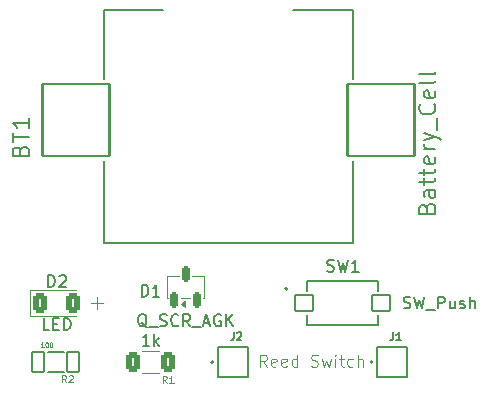
<source format=gto>
G04 #@! TF.GenerationSoftware,KiCad,Pcbnew,9.0.7*
G04 #@! TF.CreationDate,2026-02-22T02:57:33-08:00*
G04 #@! TF.ProjectId,Cup Cover,43757020-436f-4766-9572-2e6b69636164,rev?*
G04 #@! TF.SameCoordinates,Original*
G04 #@! TF.FileFunction,Legend,Top*
G04 #@! TF.FilePolarity,Positive*
%FSLAX46Y46*%
G04 Gerber Fmt 4.6, Leading zero omitted, Abs format (unit mm)*
G04 Created by KiCad (PCBNEW 9.0.7) date 2026-02-22 02:57:33*
%MOMM*%
%LPD*%
G01*
G04 APERTURE LIST*
G04 Aperture macros list*
%AMRoundRect*
0 Rectangle with rounded corners*
0 $1 Rounding radius*
0 $2 $3 $4 $5 $6 $7 $8 $9 X,Y pos of 4 corners*
0 Add a 4 corners polygon primitive as box body*
4,1,4,$2,$3,$4,$5,$6,$7,$8,$9,$2,$3,0*
0 Add four circle primitives for the rounded corners*
1,1,$1+$1,$2,$3*
1,1,$1+$1,$4,$5*
1,1,$1+$1,$6,$7*
1,1,$1+$1,$8,$9*
0 Add four rect primitives between the rounded corners*
20,1,$1+$1,$2,$3,$4,$5,0*
20,1,$1+$1,$4,$5,$6,$7,0*
20,1,$1+$1,$6,$7,$8,$9,0*
20,1,$1+$1,$8,$9,$2,$3,0*%
G04 Aperture macros list end*
%ADD10C,0.100000*%
%ADD11C,0.150000*%
%ADD12C,0.098425*%
%ADD13C,0.120000*%
%ADD14C,0.127000*%
%ADD15C,0.200000*%
%ADD16RoundRect,0.250000X-0.375000X-0.625000X0.375000X-0.625000X0.375000X0.625000X-0.375000X0.625000X0*%
%ADD17C,1.734000*%
%ADD18C,18.104000*%
%ADD19RoundRect,0.102000X2.850000X3.050000X-2.850000X3.050000X-2.850000X-3.050000X2.850000X-3.050000X0*%
%ADD20RoundRect,0.102000X-0.750000X-0.700000X0.750000X-0.700000X0.750000X0.700000X-0.750000X0.700000X0*%
%ADD21RoundRect,0.150000X0.150000X-0.512500X0.150000X0.512500X-0.150000X0.512500X-0.150000X-0.512500X0*%
%ADD22RoundRect,0.102000X0.485000X0.865000X-0.485000X0.865000X-0.485000X-0.865000X0.485000X-0.865000X0*%
%ADD23RoundRect,0.250000X0.312500X0.625000X-0.312500X0.625000X-0.312500X-0.625000X0.312500X-0.625000X0*%
G04 APERTURE END LIST*
D10*
X64000000Y-62000000D02*
X65000000Y-62000000D01*
X64500000Y-61500000D02*
X64500000Y-62500000D01*
X78875312Y-67372419D02*
X78541979Y-66896228D01*
X78303884Y-67372419D02*
X78303884Y-66372419D01*
X78303884Y-66372419D02*
X78684836Y-66372419D01*
X78684836Y-66372419D02*
X78780074Y-66420038D01*
X78780074Y-66420038D02*
X78827693Y-66467657D01*
X78827693Y-66467657D02*
X78875312Y-66562895D01*
X78875312Y-66562895D02*
X78875312Y-66705752D01*
X78875312Y-66705752D02*
X78827693Y-66800990D01*
X78827693Y-66800990D02*
X78780074Y-66848609D01*
X78780074Y-66848609D02*
X78684836Y-66896228D01*
X78684836Y-66896228D02*
X78303884Y-66896228D01*
X79684836Y-67324800D02*
X79589598Y-67372419D01*
X79589598Y-67372419D02*
X79399122Y-67372419D01*
X79399122Y-67372419D02*
X79303884Y-67324800D01*
X79303884Y-67324800D02*
X79256265Y-67229561D01*
X79256265Y-67229561D02*
X79256265Y-66848609D01*
X79256265Y-66848609D02*
X79303884Y-66753371D01*
X79303884Y-66753371D02*
X79399122Y-66705752D01*
X79399122Y-66705752D02*
X79589598Y-66705752D01*
X79589598Y-66705752D02*
X79684836Y-66753371D01*
X79684836Y-66753371D02*
X79732455Y-66848609D01*
X79732455Y-66848609D02*
X79732455Y-66943847D01*
X79732455Y-66943847D02*
X79256265Y-67039085D01*
X80541979Y-67324800D02*
X80446741Y-67372419D01*
X80446741Y-67372419D02*
X80256265Y-67372419D01*
X80256265Y-67372419D02*
X80161027Y-67324800D01*
X80161027Y-67324800D02*
X80113408Y-67229561D01*
X80113408Y-67229561D02*
X80113408Y-66848609D01*
X80113408Y-66848609D02*
X80161027Y-66753371D01*
X80161027Y-66753371D02*
X80256265Y-66705752D01*
X80256265Y-66705752D02*
X80446741Y-66705752D01*
X80446741Y-66705752D02*
X80541979Y-66753371D01*
X80541979Y-66753371D02*
X80589598Y-66848609D01*
X80589598Y-66848609D02*
X80589598Y-66943847D01*
X80589598Y-66943847D02*
X80113408Y-67039085D01*
X81446741Y-67372419D02*
X81446741Y-66372419D01*
X81446741Y-67324800D02*
X81351503Y-67372419D01*
X81351503Y-67372419D02*
X81161027Y-67372419D01*
X81161027Y-67372419D02*
X81065789Y-67324800D01*
X81065789Y-67324800D02*
X81018170Y-67277180D01*
X81018170Y-67277180D02*
X80970551Y-67181942D01*
X80970551Y-67181942D02*
X80970551Y-66896228D01*
X80970551Y-66896228D02*
X81018170Y-66800990D01*
X81018170Y-66800990D02*
X81065789Y-66753371D01*
X81065789Y-66753371D02*
X81161027Y-66705752D01*
X81161027Y-66705752D02*
X81351503Y-66705752D01*
X81351503Y-66705752D02*
X81446741Y-66753371D01*
X82637218Y-67324800D02*
X82780075Y-67372419D01*
X82780075Y-67372419D02*
X83018170Y-67372419D01*
X83018170Y-67372419D02*
X83113408Y-67324800D01*
X83113408Y-67324800D02*
X83161027Y-67277180D01*
X83161027Y-67277180D02*
X83208646Y-67181942D01*
X83208646Y-67181942D02*
X83208646Y-67086704D01*
X83208646Y-67086704D02*
X83161027Y-66991466D01*
X83161027Y-66991466D02*
X83113408Y-66943847D01*
X83113408Y-66943847D02*
X83018170Y-66896228D01*
X83018170Y-66896228D02*
X82827694Y-66848609D01*
X82827694Y-66848609D02*
X82732456Y-66800990D01*
X82732456Y-66800990D02*
X82684837Y-66753371D01*
X82684837Y-66753371D02*
X82637218Y-66658133D01*
X82637218Y-66658133D02*
X82637218Y-66562895D01*
X82637218Y-66562895D02*
X82684837Y-66467657D01*
X82684837Y-66467657D02*
X82732456Y-66420038D01*
X82732456Y-66420038D02*
X82827694Y-66372419D01*
X82827694Y-66372419D02*
X83065789Y-66372419D01*
X83065789Y-66372419D02*
X83208646Y-66420038D01*
X83541980Y-66705752D02*
X83732456Y-67372419D01*
X83732456Y-67372419D02*
X83922932Y-66896228D01*
X83922932Y-66896228D02*
X84113408Y-67372419D01*
X84113408Y-67372419D02*
X84303884Y-66705752D01*
X84684837Y-67372419D02*
X84684837Y-66705752D01*
X84684837Y-66372419D02*
X84637218Y-66420038D01*
X84637218Y-66420038D02*
X84684837Y-66467657D01*
X84684837Y-66467657D02*
X84732456Y-66420038D01*
X84732456Y-66420038D02*
X84684837Y-66372419D01*
X84684837Y-66372419D02*
X84684837Y-66467657D01*
X85018170Y-66705752D02*
X85399122Y-66705752D01*
X85161027Y-66372419D02*
X85161027Y-67229561D01*
X85161027Y-67229561D02*
X85208646Y-67324800D01*
X85208646Y-67324800D02*
X85303884Y-67372419D01*
X85303884Y-67372419D02*
X85399122Y-67372419D01*
X86161027Y-67324800D02*
X86065789Y-67372419D01*
X86065789Y-67372419D02*
X85875313Y-67372419D01*
X85875313Y-67372419D02*
X85780075Y-67324800D01*
X85780075Y-67324800D02*
X85732456Y-67277180D01*
X85732456Y-67277180D02*
X85684837Y-67181942D01*
X85684837Y-67181942D02*
X85684837Y-66896228D01*
X85684837Y-66896228D02*
X85732456Y-66800990D01*
X85732456Y-66800990D02*
X85780075Y-66753371D01*
X85780075Y-66753371D02*
X85875313Y-66705752D01*
X85875313Y-66705752D02*
X86065789Y-66705752D01*
X86065789Y-66705752D02*
X86161027Y-66753371D01*
X86589599Y-67372419D02*
X86589599Y-66372419D01*
X87018170Y-67372419D02*
X87018170Y-66848609D01*
X87018170Y-66848609D02*
X86970551Y-66753371D01*
X86970551Y-66753371D02*
X86875313Y-66705752D01*
X86875313Y-66705752D02*
X86732456Y-66705752D01*
X86732456Y-66705752D02*
X86637218Y-66753371D01*
X86637218Y-66753371D02*
X86589599Y-66800990D01*
D11*
X60361905Y-60624819D02*
X60361905Y-59624819D01*
X60361905Y-59624819D02*
X60600000Y-59624819D01*
X60600000Y-59624819D02*
X60742857Y-59672438D01*
X60742857Y-59672438D02*
X60838095Y-59767676D01*
X60838095Y-59767676D02*
X60885714Y-59862914D01*
X60885714Y-59862914D02*
X60933333Y-60053390D01*
X60933333Y-60053390D02*
X60933333Y-60196247D01*
X60933333Y-60196247D02*
X60885714Y-60386723D01*
X60885714Y-60386723D02*
X60838095Y-60481961D01*
X60838095Y-60481961D02*
X60742857Y-60577200D01*
X60742857Y-60577200D02*
X60600000Y-60624819D01*
X60600000Y-60624819D02*
X60361905Y-60624819D01*
X61314286Y-59720057D02*
X61361905Y-59672438D01*
X61361905Y-59672438D02*
X61457143Y-59624819D01*
X61457143Y-59624819D02*
X61695238Y-59624819D01*
X61695238Y-59624819D02*
X61790476Y-59672438D01*
X61790476Y-59672438D02*
X61838095Y-59720057D01*
X61838095Y-59720057D02*
X61885714Y-59815295D01*
X61885714Y-59815295D02*
X61885714Y-59910533D01*
X61885714Y-59910533D02*
X61838095Y-60053390D01*
X61838095Y-60053390D02*
X61266667Y-60624819D01*
X61266667Y-60624819D02*
X61885714Y-60624819D01*
X60457142Y-64284819D02*
X59980952Y-64284819D01*
X59980952Y-64284819D02*
X59980952Y-63284819D01*
X60790476Y-63761009D02*
X61123809Y-63761009D01*
X61266666Y-64284819D02*
X60790476Y-64284819D01*
X60790476Y-64284819D02*
X60790476Y-63284819D01*
X60790476Y-63284819D02*
X61266666Y-63284819D01*
X61695238Y-64284819D02*
X61695238Y-63284819D01*
X61695238Y-63284819D02*
X61933333Y-63284819D01*
X61933333Y-63284819D02*
X62076190Y-63332438D01*
X62076190Y-63332438D02*
X62171428Y-63427676D01*
X62171428Y-63427676D02*
X62219047Y-63522914D01*
X62219047Y-63522914D02*
X62266666Y-63713390D01*
X62266666Y-63713390D02*
X62266666Y-63856247D01*
X62266666Y-63856247D02*
X62219047Y-64046723D01*
X62219047Y-64046723D02*
X62171428Y-64141961D01*
X62171428Y-64141961D02*
X62076190Y-64237200D01*
X62076190Y-64237200D02*
X61933333Y-64284819D01*
X61933333Y-64284819D02*
X61695238Y-64284819D01*
X76068667Y-64491876D02*
X76068667Y-64949019D01*
X76068667Y-64949019D02*
X76038190Y-65040447D01*
X76038190Y-65040447D02*
X75977238Y-65101400D01*
X75977238Y-65101400D02*
X75885809Y-65131876D01*
X75885809Y-65131876D02*
X75824857Y-65131876D01*
X76342952Y-64552828D02*
X76373428Y-64522352D01*
X76373428Y-64522352D02*
X76434381Y-64491876D01*
X76434381Y-64491876D02*
X76586762Y-64491876D01*
X76586762Y-64491876D02*
X76647714Y-64522352D01*
X76647714Y-64522352D02*
X76678190Y-64552828D01*
X76678190Y-64552828D02*
X76708667Y-64613780D01*
X76708667Y-64613780D02*
X76708667Y-64674733D01*
X76708667Y-64674733D02*
X76678190Y-64766161D01*
X76678190Y-64766161D02*
X76312476Y-65131876D01*
X76312476Y-65131876D02*
X76708667Y-65131876D01*
X58006533Y-49100000D02*
X58073200Y-48900000D01*
X58073200Y-48900000D02*
X58139866Y-48833333D01*
X58139866Y-48833333D02*
X58273200Y-48766666D01*
X58273200Y-48766666D02*
X58473200Y-48766666D01*
X58473200Y-48766666D02*
X58606533Y-48833333D01*
X58606533Y-48833333D02*
X58673200Y-48900000D01*
X58673200Y-48900000D02*
X58739866Y-49033333D01*
X58739866Y-49033333D02*
X58739866Y-49566666D01*
X58739866Y-49566666D02*
X57339866Y-49566666D01*
X57339866Y-49566666D02*
X57339866Y-49100000D01*
X57339866Y-49100000D02*
X57406533Y-48966666D01*
X57406533Y-48966666D02*
X57473200Y-48900000D01*
X57473200Y-48900000D02*
X57606533Y-48833333D01*
X57606533Y-48833333D02*
X57739866Y-48833333D01*
X57739866Y-48833333D02*
X57873200Y-48900000D01*
X57873200Y-48900000D02*
X57939866Y-48966666D01*
X57939866Y-48966666D02*
X58006533Y-49100000D01*
X58006533Y-49100000D02*
X58006533Y-49566666D01*
X57339866Y-48366666D02*
X57339866Y-47566666D01*
X58739866Y-47966666D02*
X57339866Y-47966666D01*
X58739866Y-46366666D02*
X58739866Y-47166666D01*
X58739866Y-46766666D02*
X57339866Y-46766666D01*
X57339866Y-46766666D02*
X57539866Y-46899999D01*
X57539866Y-46899999D02*
X57673200Y-47033333D01*
X57673200Y-47033333D02*
X57739866Y-47166666D01*
X92406533Y-53966667D02*
X92473200Y-53766667D01*
X92473200Y-53766667D02*
X92539866Y-53700000D01*
X92539866Y-53700000D02*
X92673200Y-53633333D01*
X92673200Y-53633333D02*
X92873200Y-53633333D01*
X92873200Y-53633333D02*
X93006533Y-53700000D01*
X93006533Y-53700000D02*
X93073200Y-53766667D01*
X93073200Y-53766667D02*
X93139866Y-53900000D01*
X93139866Y-53900000D02*
X93139866Y-54433333D01*
X93139866Y-54433333D02*
X91739866Y-54433333D01*
X91739866Y-54433333D02*
X91739866Y-53966667D01*
X91739866Y-53966667D02*
X91806533Y-53833333D01*
X91806533Y-53833333D02*
X91873200Y-53766667D01*
X91873200Y-53766667D02*
X92006533Y-53700000D01*
X92006533Y-53700000D02*
X92139866Y-53700000D01*
X92139866Y-53700000D02*
X92273200Y-53766667D01*
X92273200Y-53766667D02*
X92339866Y-53833333D01*
X92339866Y-53833333D02*
X92406533Y-53966667D01*
X92406533Y-53966667D02*
X92406533Y-54433333D01*
X93139866Y-52433333D02*
X92406533Y-52433333D01*
X92406533Y-52433333D02*
X92273200Y-52500000D01*
X92273200Y-52500000D02*
X92206533Y-52633333D01*
X92206533Y-52633333D02*
X92206533Y-52900000D01*
X92206533Y-52900000D02*
X92273200Y-53033333D01*
X93073200Y-52433333D02*
X93139866Y-52566667D01*
X93139866Y-52566667D02*
X93139866Y-52900000D01*
X93139866Y-52900000D02*
X93073200Y-53033333D01*
X93073200Y-53033333D02*
X92939866Y-53100000D01*
X92939866Y-53100000D02*
X92806533Y-53100000D01*
X92806533Y-53100000D02*
X92673200Y-53033333D01*
X92673200Y-53033333D02*
X92606533Y-52900000D01*
X92606533Y-52900000D02*
X92606533Y-52566667D01*
X92606533Y-52566667D02*
X92539866Y-52433333D01*
X92206533Y-51966666D02*
X92206533Y-51433333D01*
X91739866Y-51766666D02*
X92939866Y-51766666D01*
X92939866Y-51766666D02*
X93073200Y-51700000D01*
X93073200Y-51700000D02*
X93139866Y-51566666D01*
X93139866Y-51566666D02*
X93139866Y-51433333D01*
X92206533Y-51166666D02*
X92206533Y-50633333D01*
X91739866Y-50966666D02*
X92939866Y-50966666D01*
X92939866Y-50966666D02*
X93073200Y-50900000D01*
X93073200Y-50900000D02*
X93139866Y-50766666D01*
X93139866Y-50766666D02*
X93139866Y-50633333D01*
X93073200Y-49633333D02*
X93139866Y-49766666D01*
X93139866Y-49766666D02*
X93139866Y-50033333D01*
X93139866Y-50033333D02*
X93073200Y-50166666D01*
X93073200Y-50166666D02*
X92939866Y-50233333D01*
X92939866Y-50233333D02*
X92406533Y-50233333D01*
X92406533Y-50233333D02*
X92273200Y-50166666D01*
X92273200Y-50166666D02*
X92206533Y-50033333D01*
X92206533Y-50033333D02*
X92206533Y-49766666D01*
X92206533Y-49766666D02*
X92273200Y-49633333D01*
X92273200Y-49633333D02*
X92406533Y-49566666D01*
X92406533Y-49566666D02*
X92539866Y-49566666D01*
X92539866Y-49566666D02*
X92673200Y-50233333D01*
X93139866Y-48966666D02*
X92206533Y-48966666D01*
X92473200Y-48966666D02*
X92339866Y-48900000D01*
X92339866Y-48900000D02*
X92273200Y-48833333D01*
X92273200Y-48833333D02*
X92206533Y-48700000D01*
X92206533Y-48700000D02*
X92206533Y-48566666D01*
X92206533Y-48233333D02*
X93139866Y-47899999D01*
X92206533Y-47566666D02*
X93139866Y-47899999D01*
X93139866Y-47899999D02*
X93473200Y-48033333D01*
X93473200Y-48033333D02*
X93539866Y-48099999D01*
X93539866Y-48099999D02*
X93606533Y-48233333D01*
X93273200Y-47366666D02*
X93273200Y-46299999D01*
X93006533Y-45166665D02*
X93073200Y-45233332D01*
X93073200Y-45233332D02*
X93139866Y-45433332D01*
X93139866Y-45433332D02*
X93139866Y-45566665D01*
X93139866Y-45566665D02*
X93073200Y-45766665D01*
X93073200Y-45766665D02*
X92939866Y-45899999D01*
X92939866Y-45899999D02*
X92806533Y-45966665D01*
X92806533Y-45966665D02*
X92539866Y-46033332D01*
X92539866Y-46033332D02*
X92339866Y-46033332D01*
X92339866Y-46033332D02*
X92073200Y-45966665D01*
X92073200Y-45966665D02*
X91939866Y-45899999D01*
X91939866Y-45899999D02*
X91806533Y-45766665D01*
X91806533Y-45766665D02*
X91739866Y-45566665D01*
X91739866Y-45566665D02*
X91739866Y-45433332D01*
X91739866Y-45433332D02*
X91806533Y-45233332D01*
X91806533Y-45233332D02*
X91873200Y-45166665D01*
X93073200Y-44033332D02*
X93139866Y-44166665D01*
X93139866Y-44166665D02*
X93139866Y-44433332D01*
X93139866Y-44433332D02*
X93073200Y-44566665D01*
X93073200Y-44566665D02*
X92939866Y-44633332D01*
X92939866Y-44633332D02*
X92406533Y-44633332D01*
X92406533Y-44633332D02*
X92273200Y-44566665D01*
X92273200Y-44566665D02*
X92206533Y-44433332D01*
X92206533Y-44433332D02*
X92206533Y-44166665D01*
X92206533Y-44166665D02*
X92273200Y-44033332D01*
X92273200Y-44033332D02*
X92406533Y-43966665D01*
X92406533Y-43966665D02*
X92539866Y-43966665D01*
X92539866Y-43966665D02*
X92673200Y-44633332D01*
X93139866Y-43166665D02*
X93073200Y-43299999D01*
X93073200Y-43299999D02*
X92939866Y-43366665D01*
X92939866Y-43366665D02*
X91739866Y-43366665D01*
X93139866Y-42433332D02*
X93073200Y-42566666D01*
X93073200Y-42566666D02*
X92939866Y-42633332D01*
X92939866Y-42633332D02*
X91739866Y-42633332D01*
X83991667Y-59292200D02*
X84134524Y-59339819D01*
X84134524Y-59339819D02*
X84372619Y-59339819D01*
X84372619Y-59339819D02*
X84467857Y-59292200D01*
X84467857Y-59292200D02*
X84515476Y-59244580D01*
X84515476Y-59244580D02*
X84563095Y-59149342D01*
X84563095Y-59149342D02*
X84563095Y-59054104D01*
X84563095Y-59054104D02*
X84515476Y-58958866D01*
X84515476Y-58958866D02*
X84467857Y-58911247D01*
X84467857Y-58911247D02*
X84372619Y-58863628D01*
X84372619Y-58863628D02*
X84182143Y-58816009D01*
X84182143Y-58816009D02*
X84086905Y-58768390D01*
X84086905Y-58768390D02*
X84039286Y-58720771D01*
X84039286Y-58720771D02*
X83991667Y-58625533D01*
X83991667Y-58625533D02*
X83991667Y-58530295D01*
X83991667Y-58530295D02*
X84039286Y-58435057D01*
X84039286Y-58435057D02*
X84086905Y-58387438D01*
X84086905Y-58387438D02*
X84182143Y-58339819D01*
X84182143Y-58339819D02*
X84420238Y-58339819D01*
X84420238Y-58339819D02*
X84563095Y-58387438D01*
X84896429Y-58339819D02*
X85134524Y-59339819D01*
X85134524Y-59339819D02*
X85325000Y-58625533D01*
X85325000Y-58625533D02*
X85515476Y-59339819D01*
X85515476Y-59339819D02*
X85753572Y-58339819D01*
X86658333Y-59339819D02*
X86086905Y-59339819D01*
X86372619Y-59339819D02*
X86372619Y-58339819D01*
X86372619Y-58339819D02*
X86277381Y-58482676D01*
X86277381Y-58482676D02*
X86182143Y-58577914D01*
X86182143Y-58577914D02*
X86086905Y-58625533D01*
X90452381Y-62407200D02*
X90595238Y-62454819D01*
X90595238Y-62454819D02*
X90833333Y-62454819D01*
X90833333Y-62454819D02*
X90928571Y-62407200D01*
X90928571Y-62407200D02*
X90976190Y-62359580D01*
X90976190Y-62359580D02*
X91023809Y-62264342D01*
X91023809Y-62264342D02*
X91023809Y-62169104D01*
X91023809Y-62169104D02*
X90976190Y-62073866D01*
X90976190Y-62073866D02*
X90928571Y-62026247D01*
X90928571Y-62026247D02*
X90833333Y-61978628D01*
X90833333Y-61978628D02*
X90642857Y-61931009D01*
X90642857Y-61931009D02*
X90547619Y-61883390D01*
X90547619Y-61883390D02*
X90500000Y-61835771D01*
X90500000Y-61835771D02*
X90452381Y-61740533D01*
X90452381Y-61740533D02*
X90452381Y-61645295D01*
X90452381Y-61645295D02*
X90500000Y-61550057D01*
X90500000Y-61550057D02*
X90547619Y-61502438D01*
X90547619Y-61502438D02*
X90642857Y-61454819D01*
X90642857Y-61454819D02*
X90880952Y-61454819D01*
X90880952Y-61454819D02*
X91023809Y-61502438D01*
X91357143Y-61454819D02*
X91595238Y-62454819D01*
X91595238Y-62454819D02*
X91785714Y-61740533D01*
X91785714Y-61740533D02*
X91976190Y-62454819D01*
X91976190Y-62454819D02*
X92214286Y-61454819D01*
X92357143Y-62550057D02*
X93119047Y-62550057D01*
X93357143Y-62454819D02*
X93357143Y-61454819D01*
X93357143Y-61454819D02*
X93738095Y-61454819D01*
X93738095Y-61454819D02*
X93833333Y-61502438D01*
X93833333Y-61502438D02*
X93880952Y-61550057D01*
X93880952Y-61550057D02*
X93928571Y-61645295D01*
X93928571Y-61645295D02*
X93928571Y-61788152D01*
X93928571Y-61788152D02*
X93880952Y-61883390D01*
X93880952Y-61883390D02*
X93833333Y-61931009D01*
X93833333Y-61931009D02*
X93738095Y-61978628D01*
X93738095Y-61978628D02*
X93357143Y-61978628D01*
X94785714Y-61788152D02*
X94785714Y-62454819D01*
X94357143Y-61788152D02*
X94357143Y-62311961D01*
X94357143Y-62311961D02*
X94404762Y-62407200D01*
X94404762Y-62407200D02*
X94500000Y-62454819D01*
X94500000Y-62454819D02*
X94642857Y-62454819D01*
X94642857Y-62454819D02*
X94738095Y-62407200D01*
X94738095Y-62407200D02*
X94785714Y-62359580D01*
X95214286Y-62407200D02*
X95309524Y-62454819D01*
X95309524Y-62454819D02*
X95500000Y-62454819D01*
X95500000Y-62454819D02*
X95595238Y-62407200D01*
X95595238Y-62407200D02*
X95642857Y-62311961D01*
X95642857Y-62311961D02*
X95642857Y-62264342D01*
X95642857Y-62264342D02*
X95595238Y-62169104D01*
X95595238Y-62169104D02*
X95500000Y-62121485D01*
X95500000Y-62121485D02*
X95357143Y-62121485D01*
X95357143Y-62121485D02*
X95261905Y-62073866D01*
X95261905Y-62073866D02*
X95214286Y-61978628D01*
X95214286Y-61978628D02*
X95214286Y-61931009D01*
X95214286Y-61931009D02*
X95261905Y-61835771D01*
X95261905Y-61835771D02*
X95357143Y-61788152D01*
X95357143Y-61788152D02*
X95500000Y-61788152D01*
X95500000Y-61788152D02*
X95595238Y-61835771D01*
X96071429Y-62454819D02*
X96071429Y-61454819D01*
X96500000Y-62454819D02*
X96500000Y-61931009D01*
X96500000Y-61931009D02*
X96452381Y-61835771D01*
X96452381Y-61835771D02*
X96357143Y-61788152D01*
X96357143Y-61788152D02*
X96214286Y-61788152D01*
X96214286Y-61788152D02*
X96119048Y-61835771D01*
X96119048Y-61835771D02*
X96071429Y-61883390D01*
X89568667Y-64491876D02*
X89568667Y-64949019D01*
X89568667Y-64949019D02*
X89538190Y-65040447D01*
X89538190Y-65040447D02*
X89477238Y-65101400D01*
X89477238Y-65101400D02*
X89385809Y-65131876D01*
X89385809Y-65131876D02*
X89324857Y-65131876D01*
X90208667Y-65131876D02*
X89842952Y-65131876D01*
X90025809Y-65131876D02*
X90025809Y-64491876D01*
X90025809Y-64491876D02*
X89964857Y-64583304D01*
X89964857Y-64583304D02*
X89903905Y-64644257D01*
X89903905Y-64644257D02*
X89842952Y-64674733D01*
X68261905Y-61454819D02*
X68261905Y-60454819D01*
X68261905Y-60454819D02*
X68500000Y-60454819D01*
X68500000Y-60454819D02*
X68642857Y-60502438D01*
X68642857Y-60502438D02*
X68738095Y-60597676D01*
X68738095Y-60597676D02*
X68785714Y-60692914D01*
X68785714Y-60692914D02*
X68833333Y-60883390D01*
X68833333Y-60883390D02*
X68833333Y-61026247D01*
X68833333Y-61026247D02*
X68785714Y-61216723D01*
X68785714Y-61216723D02*
X68738095Y-61311961D01*
X68738095Y-61311961D02*
X68642857Y-61407200D01*
X68642857Y-61407200D02*
X68500000Y-61454819D01*
X68500000Y-61454819D02*
X68261905Y-61454819D01*
X69785714Y-61454819D02*
X69214286Y-61454819D01*
X69500000Y-61454819D02*
X69500000Y-60454819D01*
X69500000Y-60454819D02*
X69404762Y-60597676D01*
X69404762Y-60597676D02*
X69309524Y-60692914D01*
X69309524Y-60692914D02*
X69214286Y-60740533D01*
X68714285Y-64050057D02*
X68619047Y-64002438D01*
X68619047Y-64002438D02*
X68523809Y-63907200D01*
X68523809Y-63907200D02*
X68380952Y-63764342D01*
X68380952Y-63764342D02*
X68285714Y-63716723D01*
X68285714Y-63716723D02*
X68190476Y-63716723D01*
X68238095Y-63954819D02*
X68142857Y-63907200D01*
X68142857Y-63907200D02*
X68047619Y-63811961D01*
X68047619Y-63811961D02*
X68000000Y-63621485D01*
X68000000Y-63621485D02*
X68000000Y-63288152D01*
X68000000Y-63288152D02*
X68047619Y-63097676D01*
X68047619Y-63097676D02*
X68142857Y-63002438D01*
X68142857Y-63002438D02*
X68238095Y-62954819D01*
X68238095Y-62954819D02*
X68428571Y-62954819D01*
X68428571Y-62954819D02*
X68523809Y-63002438D01*
X68523809Y-63002438D02*
X68619047Y-63097676D01*
X68619047Y-63097676D02*
X68666666Y-63288152D01*
X68666666Y-63288152D02*
X68666666Y-63621485D01*
X68666666Y-63621485D02*
X68619047Y-63811961D01*
X68619047Y-63811961D02*
X68523809Y-63907200D01*
X68523809Y-63907200D02*
X68428571Y-63954819D01*
X68428571Y-63954819D02*
X68238095Y-63954819D01*
X68857143Y-64050057D02*
X69619047Y-64050057D01*
X69809524Y-63907200D02*
X69952381Y-63954819D01*
X69952381Y-63954819D02*
X70190476Y-63954819D01*
X70190476Y-63954819D02*
X70285714Y-63907200D01*
X70285714Y-63907200D02*
X70333333Y-63859580D01*
X70333333Y-63859580D02*
X70380952Y-63764342D01*
X70380952Y-63764342D02*
X70380952Y-63669104D01*
X70380952Y-63669104D02*
X70333333Y-63573866D01*
X70333333Y-63573866D02*
X70285714Y-63526247D01*
X70285714Y-63526247D02*
X70190476Y-63478628D01*
X70190476Y-63478628D02*
X70000000Y-63431009D01*
X70000000Y-63431009D02*
X69904762Y-63383390D01*
X69904762Y-63383390D02*
X69857143Y-63335771D01*
X69857143Y-63335771D02*
X69809524Y-63240533D01*
X69809524Y-63240533D02*
X69809524Y-63145295D01*
X69809524Y-63145295D02*
X69857143Y-63050057D01*
X69857143Y-63050057D02*
X69904762Y-63002438D01*
X69904762Y-63002438D02*
X70000000Y-62954819D01*
X70000000Y-62954819D02*
X70238095Y-62954819D01*
X70238095Y-62954819D02*
X70380952Y-63002438D01*
X71380952Y-63859580D02*
X71333333Y-63907200D01*
X71333333Y-63907200D02*
X71190476Y-63954819D01*
X71190476Y-63954819D02*
X71095238Y-63954819D01*
X71095238Y-63954819D02*
X70952381Y-63907200D01*
X70952381Y-63907200D02*
X70857143Y-63811961D01*
X70857143Y-63811961D02*
X70809524Y-63716723D01*
X70809524Y-63716723D02*
X70761905Y-63526247D01*
X70761905Y-63526247D02*
X70761905Y-63383390D01*
X70761905Y-63383390D02*
X70809524Y-63192914D01*
X70809524Y-63192914D02*
X70857143Y-63097676D01*
X70857143Y-63097676D02*
X70952381Y-63002438D01*
X70952381Y-63002438D02*
X71095238Y-62954819D01*
X71095238Y-62954819D02*
X71190476Y-62954819D01*
X71190476Y-62954819D02*
X71333333Y-63002438D01*
X71333333Y-63002438D02*
X71380952Y-63050057D01*
X72380952Y-63954819D02*
X72047619Y-63478628D01*
X71809524Y-63954819D02*
X71809524Y-62954819D01*
X71809524Y-62954819D02*
X72190476Y-62954819D01*
X72190476Y-62954819D02*
X72285714Y-63002438D01*
X72285714Y-63002438D02*
X72333333Y-63050057D01*
X72333333Y-63050057D02*
X72380952Y-63145295D01*
X72380952Y-63145295D02*
X72380952Y-63288152D01*
X72380952Y-63288152D02*
X72333333Y-63383390D01*
X72333333Y-63383390D02*
X72285714Y-63431009D01*
X72285714Y-63431009D02*
X72190476Y-63478628D01*
X72190476Y-63478628D02*
X71809524Y-63478628D01*
X72571429Y-64050057D02*
X73333333Y-64050057D01*
X73523810Y-63669104D02*
X74000000Y-63669104D01*
X73428572Y-63954819D02*
X73761905Y-62954819D01*
X73761905Y-62954819D02*
X74095238Y-63954819D01*
X74952381Y-63002438D02*
X74857143Y-62954819D01*
X74857143Y-62954819D02*
X74714286Y-62954819D01*
X74714286Y-62954819D02*
X74571429Y-63002438D01*
X74571429Y-63002438D02*
X74476191Y-63097676D01*
X74476191Y-63097676D02*
X74428572Y-63192914D01*
X74428572Y-63192914D02*
X74380953Y-63383390D01*
X74380953Y-63383390D02*
X74380953Y-63526247D01*
X74380953Y-63526247D02*
X74428572Y-63716723D01*
X74428572Y-63716723D02*
X74476191Y-63811961D01*
X74476191Y-63811961D02*
X74571429Y-63907200D01*
X74571429Y-63907200D02*
X74714286Y-63954819D01*
X74714286Y-63954819D02*
X74809524Y-63954819D01*
X74809524Y-63954819D02*
X74952381Y-63907200D01*
X74952381Y-63907200D02*
X75000000Y-63859580D01*
X75000000Y-63859580D02*
X75000000Y-63526247D01*
X75000000Y-63526247D02*
X74809524Y-63526247D01*
X75428572Y-63954819D02*
X75428572Y-62954819D01*
X76000000Y-63954819D02*
X75571429Y-63383390D01*
X76000000Y-62954819D02*
X75428572Y-63526247D01*
D12*
X61880000Y-68722452D02*
X61680000Y-68436738D01*
X61537143Y-68722452D02*
X61537143Y-68122452D01*
X61537143Y-68122452D02*
X61765714Y-68122452D01*
X61765714Y-68122452D02*
X61822857Y-68151023D01*
X61822857Y-68151023D02*
X61851428Y-68179595D01*
X61851428Y-68179595D02*
X61880000Y-68236738D01*
X61880000Y-68236738D02*
X61880000Y-68322452D01*
X61880000Y-68322452D02*
X61851428Y-68379595D01*
X61851428Y-68379595D02*
X61822857Y-68408166D01*
X61822857Y-68408166D02*
X61765714Y-68436738D01*
X61765714Y-68436738D02*
X61537143Y-68436738D01*
X62108571Y-68179595D02*
X62137143Y-68151023D01*
X62137143Y-68151023D02*
X62194286Y-68122452D01*
X62194286Y-68122452D02*
X62337143Y-68122452D01*
X62337143Y-68122452D02*
X62394286Y-68151023D01*
X62394286Y-68151023D02*
X62422857Y-68179595D01*
X62422857Y-68179595D02*
X62451428Y-68236738D01*
X62451428Y-68236738D02*
X62451428Y-68293881D01*
X62451428Y-68293881D02*
X62422857Y-68379595D01*
X62422857Y-68379595D02*
X62080000Y-68722452D01*
X62080000Y-68722452D02*
X62451428Y-68722452D01*
X59967533Y-65727014D02*
X59742561Y-65727014D01*
X59855047Y-65727014D02*
X59855047Y-65333313D01*
X59855047Y-65333313D02*
X59817552Y-65389556D01*
X59817552Y-65389556D02*
X59780057Y-65427052D01*
X59780057Y-65427052D02*
X59742561Y-65445799D01*
X60211253Y-65333313D02*
X60248748Y-65333313D01*
X60248748Y-65333313D02*
X60286243Y-65352061D01*
X60286243Y-65352061D02*
X60304991Y-65370809D01*
X60304991Y-65370809D02*
X60323739Y-65408304D01*
X60323739Y-65408304D02*
X60342486Y-65483295D01*
X60342486Y-65483295D02*
X60342486Y-65577033D01*
X60342486Y-65577033D02*
X60323739Y-65652024D01*
X60323739Y-65652024D02*
X60304991Y-65689519D01*
X60304991Y-65689519D02*
X60286243Y-65708267D01*
X60286243Y-65708267D02*
X60248748Y-65727014D01*
X60248748Y-65727014D02*
X60211253Y-65727014D01*
X60211253Y-65727014D02*
X60173757Y-65708267D01*
X60173757Y-65708267D02*
X60155010Y-65689519D01*
X60155010Y-65689519D02*
X60136262Y-65652024D01*
X60136262Y-65652024D02*
X60117514Y-65577033D01*
X60117514Y-65577033D02*
X60117514Y-65483295D01*
X60117514Y-65483295D02*
X60136262Y-65408304D01*
X60136262Y-65408304D02*
X60155010Y-65370809D01*
X60155010Y-65370809D02*
X60173757Y-65352061D01*
X60173757Y-65352061D02*
X60211253Y-65333313D01*
X60586206Y-65333313D02*
X60623701Y-65333313D01*
X60623701Y-65333313D02*
X60661196Y-65352061D01*
X60661196Y-65352061D02*
X60679944Y-65370809D01*
X60679944Y-65370809D02*
X60698692Y-65408304D01*
X60698692Y-65408304D02*
X60717439Y-65483295D01*
X60717439Y-65483295D02*
X60717439Y-65577033D01*
X60717439Y-65577033D02*
X60698692Y-65652024D01*
X60698692Y-65652024D02*
X60679944Y-65689519D01*
X60679944Y-65689519D02*
X60661196Y-65708267D01*
X60661196Y-65708267D02*
X60623701Y-65727014D01*
X60623701Y-65727014D02*
X60586206Y-65727014D01*
X60586206Y-65727014D02*
X60548710Y-65708267D01*
X60548710Y-65708267D02*
X60529963Y-65689519D01*
X60529963Y-65689519D02*
X60511215Y-65652024D01*
X60511215Y-65652024D02*
X60492467Y-65577033D01*
X60492467Y-65577033D02*
X60492467Y-65483295D01*
X60492467Y-65483295D02*
X60511215Y-65408304D01*
X60511215Y-65408304D02*
X60529963Y-65370809D01*
X60529963Y-65370809D02*
X60548710Y-65352061D01*
X60548710Y-65352061D02*
X60586206Y-65333313D01*
X70400000Y-68772452D02*
X70200000Y-68486738D01*
X70057143Y-68772452D02*
X70057143Y-68172452D01*
X70057143Y-68172452D02*
X70285714Y-68172452D01*
X70285714Y-68172452D02*
X70342857Y-68201023D01*
X70342857Y-68201023D02*
X70371428Y-68229595D01*
X70371428Y-68229595D02*
X70400000Y-68286738D01*
X70400000Y-68286738D02*
X70400000Y-68372452D01*
X70400000Y-68372452D02*
X70371428Y-68429595D01*
X70371428Y-68429595D02*
X70342857Y-68458166D01*
X70342857Y-68458166D02*
X70285714Y-68486738D01*
X70285714Y-68486738D02*
X70057143Y-68486738D01*
X70971428Y-68772452D02*
X70628571Y-68772452D01*
X70800000Y-68772452D02*
X70800000Y-68172452D01*
X70800000Y-68172452D02*
X70742857Y-68258166D01*
X70742857Y-68258166D02*
X70685714Y-68315309D01*
X70685714Y-68315309D02*
X70628571Y-68343881D01*
D11*
X68918452Y-65624819D02*
X68347024Y-65624819D01*
X68632738Y-65624819D02*
X68632738Y-64624819D01*
X68632738Y-64624819D02*
X68537500Y-64767676D01*
X68537500Y-64767676D02*
X68442262Y-64862914D01*
X68442262Y-64862914D02*
X68347024Y-64910533D01*
X69347024Y-65624819D02*
X69347024Y-64624819D01*
X69442262Y-65243866D02*
X69727976Y-65624819D01*
X69727976Y-64958152D02*
X69347024Y-65339104D01*
D13*
X58815000Y-60865000D02*
X58815000Y-63135000D01*
X58815000Y-63135000D02*
X62700000Y-63135000D01*
X62700000Y-60865000D02*
X58815000Y-60865000D01*
D14*
X74730000Y-65750000D02*
X74730000Y-68250000D01*
X74730000Y-68250000D02*
X77270000Y-68250000D01*
X77270000Y-65750000D02*
X74730000Y-65750000D01*
X77270000Y-68250000D02*
X77270000Y-65750000D01*
D15*
X74350000Y-67000000D02*
G75*
G02*
X74150000Y-67000000I-100000J0D01*
G01*
X74150000Y-67000000D02*
G75*
G02*
X74350000Y-67000000I100000J0D01*
G01*
D14*
X65050000Y-37150000D02*
X65050000Y-43000000D01*
X65050000Y-56950000D02*
X65050000Y-50000000D01*
X70100000Y-37150000D02*
X65050000Y-37150000D01*
X86150000Y-37150000D02*
X81100000Y-37150000D01*
X86150000Y-43000000D02*
X86150000Y-37150000D01*
X86150000Y-50000000D02*
X86150000Y-56950000D01*
X86150000Y-56950000D02*
X65050000Y-56950000D01*
X82250000Y-60100000D02*
X88250000Y-60100000D01*
X82250000Y-60950000D02*
X82250000Y-60100000D01*
X82250000Y-63050000D02*
X82250000Y-63900000D01*
X82250000Y-63900000D02*
X88250000Y-63900000D01*
X88250000Y-60100000D02*
X88250000Y-60950000D01*
X88250000Y-63900000D02*
X88250000Y-63050000D01*
D15*
X80630000Y-60790000D02*
G75*
G02*
X80430000Y-60790000I-100000J0D01*
G01*
X80430000Y-60790000D02*
G75*
G02*
X80630000Y-60790000I100000J0D01*
G01*
D14*
X88230000Y-65750000D02*
X88230000Y-68250000D01*
X88230000Y-68250000D02*
X90770000Y-68250000D01*
X90770000Y-65750000D02*
X88230000Y-65750000D01*
X90770000Y-68250000D02*
X90770000Y-65750000D01*
D15*
X87850000Y-67000000D02*
G75*
G02*
X87650000Y-67000000I-100000J0D01*
G01*
X87650000Y-67000000D02*
G75*
G02*
X87850000Y-67000000I100000J0D01*
G01*
D13*
X70440000Y-59727500D02*
X71440000Y-59727500D01*
X70440000Y-61547500D02*
X70440000Y-59727500D01*
X70490000Y-61547500D02*
X70440000Y-61547500D01*
X72390000Y-61547500D02*
X71610000Y-61547500D01*
X72560000Y-59727500D02*
X73560000Y-59727500D01*
X73560000Y-59727500D02*
X73560000Y-61547500D01*
X73560000Y-61547500D02*
X73510000Y-61547500D01*
X71950000Y-62327500D02*
X71620000Y-62087500D01*
X71950000Y-61847500D01*
X71950000Y-62327500D01*
G36*
X71950000Y-62327500D02*
G01*
X71620000Y-62087500D01*
X71950000Y-61847500D01*
X71950000Y-62327500D01*
G37*
D14*
X61690000Y-66150000D02*
X60350000Y-66150000D01*
X61690000Y-67850000D02*
X60350000Y-67850000D01*
D13*
X69764564Y-66090000D02*
X68310436Y-66090000D01*
X69764564Y-67910000D02*
X68310436Y-67910000D01*
%LPC*%
D16*
X59700000Y-62000000D03*
X62500000Y-62000000D03*
D17*
X76000000Y-67000000D03*
D18*
X75600000Y-46500000D03*
D19*
X88500000Y-46500000D03*
X62700000Y-46500000D03*
D20*
X82000000Y-62000000D03*
X88500000Y-62000000D03*
D17*
X89500000Y-67000000D03*
D21*
X71050000Y-61775000D03*
X72950000Y-61775000D03*
X72000000Y-59500000D03*
D22*
X62500000Y-67000000D03*
X59540000Y-67000000D03*
D23*
X70500000Y-67000000D03*
X67575000Y-67000000D03*
%LPD*%
M02*

</source>
